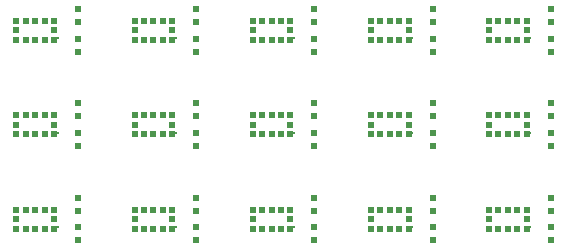
<source format=gtp>
G04 #@! TF.FileFunction,Paste,Top*
%FSLAX46Y46*%
G04 Gerber Fmt 4.6, Leading zero omitted, Abs format (unit mm)*
G04 Created by KiCad (PCBNEW 4.0.7-e2-6376~58~ubuntu16.04.1) date Thu Aug  2 19:22:52 2018*
%MOMM*%
%LPD*%
G01*
G04 APERTURE LIST*
%ADD10C,0.100000*%
%ADD11R,0.500000X0.600000*%
%ADD12R,0.500000X0.500000*%
%ADD13R,0.250000X0.250000*%
G04 APERTURE END LIST*
D10*
D11*
X119075000Y-64450000D03*
X119075000Y-65550000D03*
X109075000Y-64450000D03*
X109075000Y-65550000D03*
X99075000Y-64450000D03*
X99075000Y-65550000D03*
X89075000Y-64450000D03*
X89075000Y-65550000D03*
X79075000Y-64450000D03*
X79075000Y-65550000D03*
X119075000Y-56450000D03*
X119075000Y-57550000D03*
X109075000Y-56450000D03*
X109075000Y-57550000D03*
X99075000Y-56450000D03*
X99075000Y-57550000D03*
X89075000Y-56450000D03*
X89075000Y-57550000D03*
X79075000Y-56450000D03*
X79075000Y-57550000D03*
X119075000Y-48450000D03*
X119075000Y-49550000D03*
X109075000Y-48450000D03*
X109075000Y-49550000D03*
X99075000Y-48450000D03*
X99075000Y-49550000D03*
X89075000Y-48450000D03*
X89075000Y-49550000D03*
D12*
X117050000Y-67050000D03*
X116250000Y-67050000D03*
X115450000Y-67050000D03*
X114650000Y-67050000D03*
X113850000Y-67050000D03*
X113850000Y-66250000D03*
X113850000Y-65450000D03*
X114650000Y-65450000D03*
X115450000Y-65450000D03*
X116250000Y-65450000D03*
X117050000Y-65450000D03*
X117050000Y-66250000D03*
D13*
X117350000Y-66925000D03*
D12*
X107050000Y-67050000D03*
X106250000Y-67050000D03*
X105450000Y-67050000D03*
X104650000Y-67050000D03*
X103850000Y-67050000D03*
X103850000Y-66250000D03*
X103850000Y-65450000D03*
X104650000Y-65450000D03*
X105450000Y-65450000D03*
X106250000Y-65450000D03*
X107050000Y-65450000D03*
X107050000Y-66250000D03*
D13*
X107350000Y-66925000D03*
D12*
X97050000Y-67050000D03*
X96250000Y-67050000D03*
X95450000Y-67050000D03*
X94650000Y-67050000D03*
X93850000Y-67050000D03*
X93850000Y-66250000D03*
X93850000Y-65450000D03*
X94650000Y-65450000D03*
X95450000Y-65450000D03*
X96250000Y-65450000D03*
X97050000Y-65450000D03*
X97050000Y-66250000D03*
D13*
X97350000Y-66925000D03*
D12*
X87050000Y-67050000D03*
X86250000Y-67050000D03*
X85450000Y-67050000D03*
X84650000Y-67050000D03*
X83850000Y-67050000D03*
X83850000Y-66250000D03*
X83850000Y-65450000D03*
X84650000Y-65450000D03*
X85450000Y-65450000D03*
X86250000Y-65450000D03*
X87050000Y-65450000D03*
X87050000Y-66250000D03*
D13*
X87350000Y-66925000D03*
D12*
X77050000Y-67050000D03*
X76250000Y-67050000D03*
X75450000Y-67050000D03*
X74650000Y-67050000D03*
X73850000Y-67050000D03*
X73850000Y-66250000D03*
X73850000Y-65450000D03*
X74650000Y-65450000D03*
X75450000Y-65450000D03*
X76250000Y-65450000D03*
X77050000Y-65450000D03*
X77050000Y-66250000D03*
D13*
X77350000Y-66925000D03*
D12*
X117050000Y-59050000D03*
X116250000Y-59050000D03*
X115450000Y-59050000D03*
X114650000Y-59050000D03*
X113850000Y-59050000D03*
X113850000Y-58250000D03*
X113850000Y-57450000D03*
X114650000Y-57450000D03*
X115450000Y-57450000D03*
X116250000Y-57450000D03*
X117050000Y-57450000D03*
X117050000Y-58250000D03*
D13*
X117350000Y-58925000D03*
D12*
X107050000Y-59050000D03*
X106250000Y-59050000D03*
X105450000Y-59050000D03*
X104650000Y-59050000D03*
X103850000Y-59050000D03*
X103850000Y-58250000D03*
X103850000Y-57450000D03*
X104650000Y-57450000D03*
X105450000Y-57450000D03*
X106250000Y-57450000D03*
X107050000Y-57450000D03*
X107050000Y-58250000D03*
D13*
X107350000Y-58925000D03*
D12*
X97050000Y-59050000D03*
X96250000Y-59050000D03*
X95450000Y-59050000D03*
X94650000Y-59050000D03*
X93850000Y-59050000D03*
X93850000Y-58250000D03*
X93850000Y-57450000D03*
X94650000Y-57450000D03*
X95450000Y-57450000D03*
X96250000Y-57450000D03*
X97050000Y-57450000D03*
X97050000Y-58250000D03*
D13*
X97350000Y-58925000D03*
D12*
X87050000Y-59050000D03*
X86250000Y-59050000D03*
X85450000Y-59050000D03*
X84650000Y-59050000D03*
X83850000Y-59050000D03*
X83850000Y-58250000D03*
X83850000Y-57450000D03*
X84650000Y-57450000D03*
X85450000Y-57450000D03*
X86250000Y-57450000D03*
X87050000Y-57450000D03*
X87050000Y-58250000D03*
D13*
X87350000Y-58925000D03*
D12*
X77050000Y-59050000D03*
X76250000Y-59050000D03*
X75450000Y-59050000D03*
X74650000Y-59050000D03*
X73850000Y-59050000D03*
X73850000Y-58250000D03*
X73850000Y-57450000D03*
X74650000Y-57450000D03*
X75450000Y-57450000D03*
X76250000Y-57450000D03*
X77050000Y-57450000D03*
X77050000Y-58250000D03*
D13*
X77350000Y-58925000D03*
D12*
X117050000Y-51050000D03*
X116250000Y-51050000D03*
X115450000Y-51050000D03*
X114650000Y-51050000D03*
X113850000Y-51050000D03*
X113850000Y-50250000D03*
X113850000Y-49450000D03*
X114650000Y-49450000D03*
X115450000Y-49450000D03*
X116250000Y-49450000D03*
X117050000Y-49450000D03*
X117050000Y-50250000D03*
D13*
X117350000Y-50925000D03*
D12*
X107050000Y-51050000D03*
X106250000Y-51050000D03*
X105450000Y-51050000D03*
X104650000Y-51050000D03*
X103850000Y-51050000D03*
X103850000Y-50250000D03*
X103850000Y-49450000D03*
X104650000Y-49450000D03*
X105450000Y-49450000D03*
X106250000Y-49450000D03*
X107050000Y-49450000D03*
X107050000Y-50250000D03*
D13*
X107350000Y-50925000D03*
D12*
X97050000Y-51050000D03*
X96250000Y-51050000D03*
X95450000Y-51050000D03*
X94650000Y-51050000D03*
X93850000Y-51050000D03*
X93850000Y-50250000D03*
X93850000Y-49450000D03*
X94650000Y-49450000D03*
X95450000Y-49450000D03*
X96250000Y-49450000D03*
X97050000Y-49450000D03*
X97050000Y-50250000D03*
D13*
X97350000Y-50925000D03*
D12*
X87050000Y-51050000D03*
X86250000Y-51050000D03*
X85450000Y-51050000D03*
X84650000Y-51050000D03*
X83850000Y-51050000D03*
X83850000Y-50250000D03*
X83850000Y-49450000D03*
X84650000Y-49450000D03*
X85450000Y-49450000D03*
X86250000Y-49450000D03*
X87050000Y-49450000D03*
X87050000Y-50250000D03*
D13*
X87350000Y-50925000D03*
D11*
X119075000Y-68050000D03*
X119075000Y-66950000D03*
X109075000Y-68050000D03*
X109075000Y-66950000D03*
X99075000Y-68050000D03*
X99075000Y-66950000D03*
X89075000Y-68050000D03*
X89075000Y-66950000D03*
X79075000Y-68050000D03*
X79075000Y-66950000D03*
X119075000Y-60050000D03*
X119075000Y-58950000D03*
X109075000Y-60050000D03*
X109075000Y-58950000D03*
X99075000Y-60050000D03*
X99075000Y-58950000D03*
X89075000Y-60050000D03*
X89075000Y-58950000D03*
X79075000Y-60050000D03*
X79075000Y-58950000D03*
X119075000Y-52050000D03*
X119075000Y-50950000D03*
X109075000Y-52050000D03*
X109075000Y-50950000D03*
X99075000Y-52050000D03*
X99075000Y-50950000D03*
X89075000Y-52050000D03*
X89075000Y-50950000D03*
D12*
X77050000Y-51050000D03*
X76250000Y-51050000D03*
X75450000Y-51050000D03*
X74650000Y-51050000D03*
X73850000Y-51050000D03*
X73850000Y-50250000D03*
X73850000Y-49450000D03*
X74650000Y-49450000D03*
X75450000Y-49450000D03*
X76250000Y-49450000D03*
X77050000Y-49450000D03*
X77050000Y-50250000D03*
D13*
X77350000Y-50925000D03*
D11*
X79075000Y-52050000D03*
X79075000Y-50950000D03*
X79075000Y-48450000D03*
X79075000Y-49550000D03*
M02*

</source>
